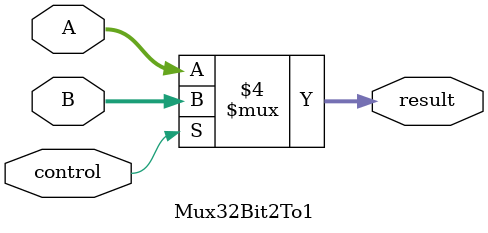
<source format=v>
`timescale 1ns / 1ps
module Mux32Bit2To1(A,B,control,result);
input [31:0] A,B;
input control;
output reg [31:0] result;
always @(*) begin
    if(control==0)
        result = A;
    else
        result = B;
end
endmodule
</source>
